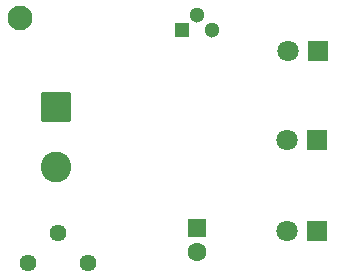
<source format=gbr>
%TF.GenerationSoftware,KiCad,Pcbnew,9.0.6*%
%TF.CreationDate,2025-11-19T17:00:06+08:00*%
%TF.ProjectId,LED-Dimmer,4c45442d-4469-46d6-9d65-722e6b696361,rev?*%
%TF.SameCoordinates,Original*%
%TF.FileFunction,Soldermask,Bot*%
%TF.FilePolarity,Negative*%
%FSLAX46Y46*%
G04 Gerber Fmt 4.6, Leading zero omitted, Abs format (unit mm)*
G04 Created by KiCad (PCBNEW 9.0.6) date 2025-11-19 17:00:06*
%MOMM*%
%LPD*%
G01*
G04 APERTURE LIST*
G04 Aperture macros list*
%AMRoundRect*
0 Rectangle with rounded corners*
0 $1 Rounding radius*
0 $2 $3 $4 $5 $6 $7 $8 $9 X,Y pos of 4 corners*
0 Add a 4 corners polygon primitive as box body*
4,1,4,$2,$3,$4,$5,$6,$7,$8,$9,$2,$3,0*
0 Add four circle primitives for the rounded corners*
1,1,$1+$1,$2,$3*
1,1,$1+$1,$4,$5*
1,1,$1+$1,$6,$7*
1,1,$1+$1,$8,$9*
0 Add four rect primitives between the rounded corners*
20,1,$1+$1,$2,$3,$4,$5,0*
20,1,$1+$1,$4,$5,$6,$7,0*
20,1,$1+$1,$6,$7,$8,$9,0*
20,1,$1+$1,$8,$9,$2,$3,0*%
G04 Aperture macros list end*
%ADD10R,1.800000X1.800000*%
%ADD11C,1.800000*%
%ADD12C,1.440000*%
%ADD13RoundRect,0.250000X-1.050000X1.050000X-1.050000X-1.050000X1.050000X-1.050000X1.050000X1.050000X0*%
%ADD14C,2.600000*%
%ADD15C,2.100000*%
%ADD16R,1.300000X1.300000*%
%ADD17C,1.300000*%
%ADD18RoundRect,0.250000X-0.550000X0.550000X-0.550000X-0.550000X0.550000X-0.550000X0.550000X0.550000X0*%
%ADD19C,1.600000*%
G04 APERTURE END LIST*
D10*
%TO.C,D1*%
X247500000Y-77050000D03*
D11*
X244960000Y-77050000D03*
%TD*%
D10*
%TO.C,D3*%
X247450000Y-92280000D03*
D11*
X244910000Y-92280000D03*
%TD*%
D12*
%TO.C,RV1*%
X222920000Y-95000000D03*
X225460000Y-92460000D03*
X228000000Y-95000000D03*
%TD*%
D13*
%TO.C,BT1*%
X225327500Y-81800000D03*
D14*
X225327500Y-86880000D03*
%TD*%
D10*
%TO.C,D2*%
X247450000Y-84610000D03*
D11*
X244910000Y-84610000D03*
%TD*%
D15*
%TO.C,H1*%
X222300000Y-74300000D03*
%TD*%
D16*
%TO.C,Q1*%
X235960000Y-75250000D03*
D17*
X237230000Y-73980000D03*
X238500000Y-75250000D03*
%TD*%
D18*
%TO.C,C1*%
X237230000Y-92044888D03*
D19*
X237230000Y-94044888D03*
%TD*%
M02*

</source>
